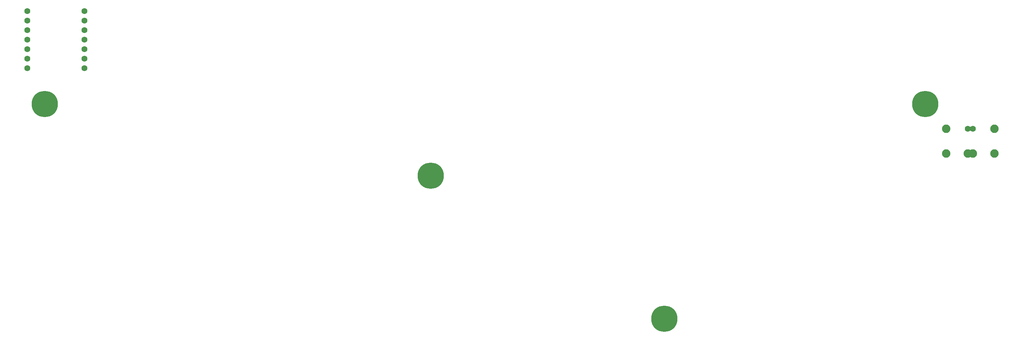
<source format=gts>
G04 #@! TF.GenerationSoftware,KiCad,Pcbnew,(6.0.4)*
G04 #@! TF.CreationDate,2022-06-06T22:41:23+02:00*
G04 #@! TF.ProjectId,XIAO2040,5849414f-3230-4343-902e-6b696361645f,rev?*
G04 #@! TF.SameCoordinates,Original*
G04 #@! TF.FileFunction,Soldermask,Top*
G04 #@! TF.FilePolarity,Negative*
%FSLAX46Y46*%
G04 Gerber Fmt 4.6, Leading zero omitted, Abs format (unit mm)*
G04 Created by KiCad (PCBNEW (6.0.4)) date 2022-06-06 22:41:23*
%MOMM*%
%LPD*%
G01*
G04 APERTURE LIST*
%ADD10C,7.000240*%
%ADD11C,7.001300*%
%ADD12C,2.250000*%
%ADD13C,1.600000*%
G04 APERTURE END LIST*
D10*
G04 #@! TO.C,REF\u002A\u002A*
X203575000Y9725000D03*
X141275000Y47925000D03*
D11*
X38275000Y67025000D03*
D10*
X273125000Y67025000D03*
G04 #@! TD*
D12*
G04 #@! TO.C,MX50*
X284480000Y53850000D03*
X278760000Y53850000D03*
X291623750Y53850000D03*
X285903750Y53850000D03*
X278760000Y60450000D03*
X291623750Y60450000D03*
D13*
X285903750Y60450000D03*
X284480000Y60450000D03*
G04 #@! TD*
G04 #@! TO.C,M1*
X33657500Y91894250D03*
X33657500Y89354250D03*
X33657500Y86814250D03*
X33657500Y84274250D03*
X33657500Y81734250D03*
X33657500Y79194250D03*
X33657500Y76654250D03*
X48892500Y76654250D03*
X48892500Y79194250D03*
X48892500Y81734250D03*
X48892500Y84274250D03*
X48892500Y86814250D03*
X48892500Y89354250D03*
X48892500Y91894250D03*
G04 #@! TD*
M02*

</source>
